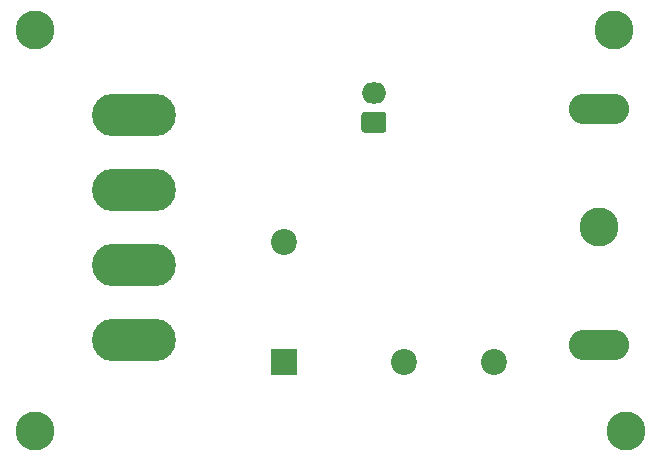
<source format=gts>
G04 #@! TF.GenerationSoftware,KiCad,Pcbnew,5.1.6-c6e7f7d~87~ubuntu18.04.1*
G04 #@! TF.CreationDate,2020-08-31T14:31:46+09:00*
G04 #@! TF.ProjectId,adamr2_emg_board,6164616d-7232-45f6-956d-675f626f6172,rev?*
G04 #@! TF.SameCoordinates,Original*
G04 #@! TF.FileFunction,Soldermask,Top*
G04 #@! TF.FilePolarity,Negative*
%FSLAX46Y46*%
G04 Gerber Fmt 4.6, Leading zero omitted, Abs format (unit mm)*
G04 Created by KiCad (PCBNEW 5.1.6-c6e7f7d~87~ubuntu18.04.1) date 2020-08-31 14:31:46*
%MOMM*%
%LPD*%
G01*
G04 APERTURE LIST*
%ADD10C,3.300000*%
%ADD11O,5.100000X2.600000*%
%ADD12C,2.200000*%
%ADD13R,2.200000X2.200000*%
%ADD14O,2.100000X1.800000*%
%ADD15O,7.100000X3.600000*%
G04 APERTURE END LIST*
D10*
G04 #@! TO.C,REF\u002A\u002A*
X125000000Y-76000000D03*
G04 #@! TD*
G04 #@! TO.C,REF\u002A\u002A*
X125000000Y-110000000D03*
G04 #@! TD*
G04 #@! TO.C,REF\u002A\u002A*
X175000000Y-110000000D03*
G04 #@! TD*
G04 #@! TO.C,REF\u002A\u002A*
X174000000Y-76000000D03*
G04 #@! TD*
G04 #@! TO.C,F1*
X172720000Y-92710000D03*
D11*
X172720000Y-102710000D03*
X172720000Y-82710000D03*
G04 #@! TD*
D12*
G04 #@! TO.C,K1*
X146050000Y-93920000D03*
X163830000Y-104080000D03*
X156210000Y-104080000D03*
D13*
X146050000Y-104080000D03*
G04 #@! TD*
D14*
G04 #@! TO.C,J2*
X153670000Y-81320000D03*
G36*
G01*
X154455294Y-84720000D02*
X152884706Y-84720000D01*
G75*
G02*
X152620000Y-84455294I0J264706D01*
G01*
X152620000Y-83184706D01*
G75*
G02*
X152884706Y-82920000I264706J0D01*
G01*
X154455294Y-82920000D01*
G75*
G02*
X154720000Y-83184706I0J-264706D01*
G01*
X154720000Y-84455294D01*
G75*
G02*
X154455294Y-84720000I-264706J0D01*
G01*
G37*
G04 #@! TD*
D15*
G04 #@! TO.C,J1*
X133350000Y-102235000D03*
X133350000Y-95885000D03*
X133350000Y-89535000D03*
X133350000Y-83185000D03*
G04 #@! TD*
M02*

</source>
